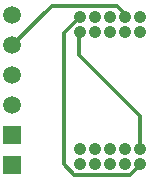
<source format=gbr>
G04 DipTrace 3.1.0.1*
G04 Bottom.gbr*
%MOIN*%
G04 #@! TF.FileFunction,Copper,L2,Bot*
G04 #@! TF.Part,Single*
G04 #@! TA.AperFunction,Conductor*
%ADD13C,0.012992*%
G04 #@! TA.AperFunction,ComponentPad*
%ADD16C,0.041339*%
%ADD17C,0.059055*%
%ADD18R,0.059055X0.059055*%
%FSLAX26Y26*%
G04*
G70*
G90*
G75*
G01*
G04 Bottom*
%LPD*%
X867717Y502756D2*
D13*
Y612205D1*
X664961Y814961D1*
Y891732D1*
X667717Y894488D1*
Y944488D2*
X613780Y890551D1*
Y453150D1*
X649606Y417323D1*
X836220D1*
X871654Y452756D1*
X867717D1*
X817717Y944488D2*
Y953150D1*
X790945Y979921D1*
X574803D1*
X443307Y848425D1*
D16*
X767717Y502756D3*
X717717D3*
X667717D3*
X817717D3*
X867717D3*
X767717Y452756D3*
X717717D3*
X667717D3*
X817717D3*
X867717D3*
X767717Y894488D3*
X817717D3*
X867717D3*
X717717D3*
X667717D3*
X767717Y944488D3*
X817717D3*
X867717D3*
X717717D3*
X667717D3*
D17*
X443307Y948425D3*
Y848425D3*
Y748425D3*
Y648425D3*
D18*
Y548425D3*
Y448425D3*
M02*

</source>
